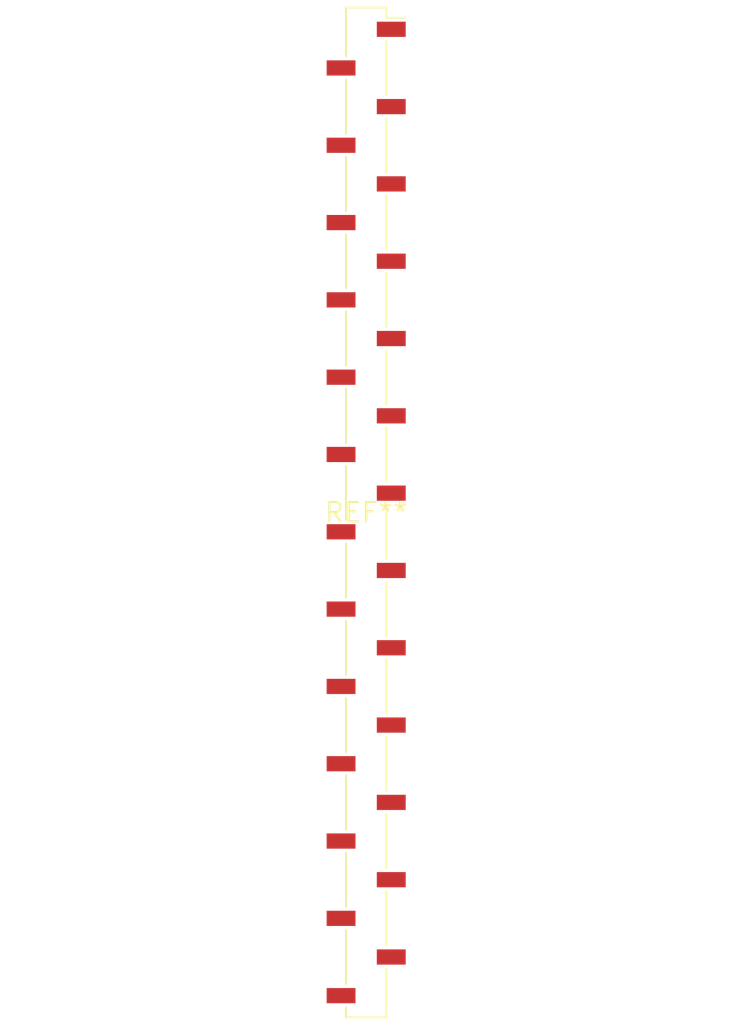
<source format=kicad_pcb>
(kicad_pcb (version 20240108) (generator pcbnew)
  (layers (0 "F.Cu" signal) (31 "B.Cu" signal) (34 "B.Paste" user) (35 "F.Paste" user) (36 "B.SilkS" user "B.Silkscreen") (37 "F.SilkS" user "F.Silkscreen") (38 "B.Mask" user) (39 "F.Mask" user) (44 "Edge.Cuts" user))
  (net 0 "")
  (footprint "PinSocket_1x26_P2.54mm_Vertical_SMD_Pin1Right" (layer "F.Cu") (at 0 0)
    (property "Reference" "REF**")
    (property "Value" "PinSocket_1x26_P2.54mm_Vertical_SMD_Pin1Right")
    (fp_line (start -1.33 -33.18) (end -1.33 -29.97) (layer "F.SilkS") (stroke (width 0.12)))
    (fp_line (start -1.33 -33.18) (end 1.33 -33.18) (layer "F.SilkS") (stroke (width 0.12)))
    (fp_line (start -1.33 -28.45) (end -1.33 -24.89) (layer "F.SilkS") (stroke (width 0.12)))
    (fp_line (start -1.33 -23.37) (end -1.33 -19.81) (layer "F.SilkS") (stroke (width 0.12)))
    (fp_line (start -1.33 -18.29) (end -1.33 -14.73) (layer "F.SilkS") (stroke (width 0.12)))
    (fp_line (start -1.33 -13.21) (end -1.33 -9.65) (layer "F.SilkS") (stroke (width 0.12)))
    (fp_line (start -1.33 -8.13) (end -1.33 -4.57) (layer "F.SilkS") (stroke (width 0.12)))
    (fp_line (start -1.33 -3.05) (end -1.33 0.51) (layer "F.SilkS") (stroke (width 0.12)))
    (fp_line (start -1.33 2.03) (end -1.33 5.59) (layer "F.SilkS") (stroke (width 0.12)))
    (fp_line (start -1.33 7.11) (end -1.33 10.67) (layer "F.SilkS") (stroke (width 0.12)))
    (fp_line (start -1.33 12.19) (end -1.33 15.75) (layer "F.SilkS") (stroke (width 0.12)))
    (fp_line (start -1.33 17.27) (end -1.33 20.83) (layer "F.SilkS") (stroke (width 0.12)))
    (fp_line (start -1.33 22.35) (end -1.33 25.91) (layer "F.SilkS") (stroke (width 0.12)))
    (fp_line (start -1.33 27.43) (end -1.33 30.99) (layer "F.SilkS") (stroke (width 0.12)))
    (fp_line (start -1.33 32.51) (end -1.33 33.18) (layer "F.SilkS") (stroke (width 0.12)))
    (fp_line (start -1.33 33.18) (end 1.33 33.18) (layer "F.SilkS") (stroke (width 0.12)))
    (fp_line (start 1.33 -33.18) (end 1.33 -32.51) (layer "F.SilkS") (stroke (width 0.12)))
    (fp_line (start 1.33 -32.51) (end 2.54 -32.51) (layer "F.SilkS") (stroke (width 0.12)))
    (fp_line (start 1.33 -30.99) (end 1.33 -27.43) (layer "F.SilkS") (stroke (width 0.12)))
    (fp_line (start 1.33 -25.91) (end 1.33 -22.35) (layer "F.SilkS") (stroke (width 0.12)))
    (fp_line (start 1.33 -20.83) (end 1.33 -17.27) (layer "F.SilkS") (stroke (width 0.12)))
    (fp_line (start 1.33 -15.75) (end 1.33 -12.19) (layer "F.SilkS") (stroke (width 0.12)))
    (fp_line (start 1.33 -10.67) (end 1.33 -7.11) (layer "F.SilkS") (stroke (width 0.12)))
    (fp_line (start 1.33 -5.59) (end 1.33 -2.03) (layer "F.SilkS") (stroke (width 0.12)))
    (fp_line (start 1.33 -0.51) (end 1.33 3.05) (layer "F.SilkS") (stroke (width 0.12)))
    (fp_line (start 1.33 4.57) (end 1.33 8.13) (layer "F.SilkS") (stroke (width 0.12)))
    (fp_line (start 1.33 9.65) (end 1.33 13.21) (layer "F.SilkS") (stroke (width 0.12)))
    (fp_line (start 1.33 14.73) (end 1.33 18.29) (layer "F.SilkS") (stroke (width 0.12)))
    (fp_line (start 1.33 19.81) (end 1.33 23.37) (layer "F.SilkS") (stroke (width 0.12)))
    (fp_line (start 1.33 24.89) (end 1.33 28.45) (layer "F.SilkS") (stroke (width 0.12)))
    (fp_line (start 1.33 29.97) (end 1.33 33.18) (layer "F.SilkS") (stroke (width 0.12)))
    (pad "1" smd rect (at 1.65 -31.75) (size 1.9 1) (layers "F.Cu" "F.Paste" "F.Mask"))
    (pad "2" smd rect (at -1.65 -29.21) (size 1.9 1) (layers "F.Cu" "F.Paste" "F.Mask"))
    (pad "3" smd rect (at 1.65 -26.67) (size 1.9 1) (layers "F.Cu" "F.Paste" "F.Mask"))
    (pad "4" smd rect (at -1.65 -24.13) (size 1.9 1) (layers "F.Cu" "F.Paste" "F.Mask"))
    (pad "5" smd rect (at 1.65 -21.59) (size 1.9 1) (layers "F.Cu" "F.Paste" "F.Mask"))
    (pad "6" smd rect (at -1.65 -19.05) (size 1.9 1) (layers "F.Cu" "F.Paste" "F.Mask"))
    (pad "7" smd rect (at 1.65 -16.51) (size 1.9 1) (layers "F.Cu" "F.Paste" "F.Mask"))
    (pad "8" smd rect (at -1.65 -13.97) (size 1.9 1) (layers "F.Cu" "F.Paste" "F.Mask"))
    (pad "9" smd rect (at 1.65 -11.43) (size 1.9 1) (layers "F.Cu" "F.Paste" "F.Mask"))
    (pad "10" smd rect (at -1.65 -8.89) (size 1.9 1) (layers "F.Cu" "F.Paste" "F.Mask"))
    (pad "11" smd rect (at 1.65 -6.35) (size 1.9 1) (layers "F.Cu" "F.Paste" "F.Mask"))
    (pad "12" smd rect (at -1.65 -3.81) (size 1.9 1) (layers "F.Cu" "F.Paste" "F.Mask"))
    (pad "13" smd rect (at 1.65 -1.27) (size 1.9 1) (layers "F.Cu" "F.Paste" "F.Mask"))
    (pad "14" smd rect (at -1.65 1.27) (size 1.9 1) (layers "F.Cu" "F.Paste" "F.Mask"))
    (pad "15" smd rect (at 1.65 3.81) (size 1.9 1) (layers "F.Cu" "F.Paste" "F.Mask"))
    (pad "16" smd rect (at -1.65 6.35) (size 1.9 1) (layers "F.Cu" "F.Paste" "F.Mask"))
    (pad "17" smd rect (at 1.65 8.89) (size 1.9 1) (layers "F.Cu" "F.Paste" "F.Mask"))
    (pad "18" smd rect (at -1.65 11.43) (size 1.9 1) (layers "F.Cu" "F.Paste" "F.Mask"))
    (pad "19" smd rect (at 1.65 13.97) (size 1.9 1) (layers "F.Cu" "F.Paste" "F.Mask"))
    (pad "20" smd rect (at -1.65 16.51) (size 1.9 1) (layers "F.Cu" "F.Paste" "F.Mask"))
    (pad "21" smd rect (at 1.65 19.05) (size 1.9 1) (layers "F.Cu" "F.Paste" "F.Mask"))
    (pad "22" smd rect (at -1.65 21.59) (size 1.9 1) (layers "F.Cu" "F.Paste" "F.Mask"))
    (pad "23" smd rect (at 1.65 24.13) (size 1.9 1) (layers "F.Cu" "F.Paste" "F.Mask"))
    (pad "24" smd rect (at -1.65 26.67) (size 1.9 1) (layers "F.Cu" "F.Paste" "F.Mask"))
    (pad "25" smd rect (at 1.65 29.21) (size 1.9 1) (layers "F.Cu" "F.Paste" "F.Mask"))
    (pad "26" smd rect (at -1.65 31.75) (size 1.9 1) (layers "F.Cu" "F.Paste" "F.Mask"))
  )
)
</source>
